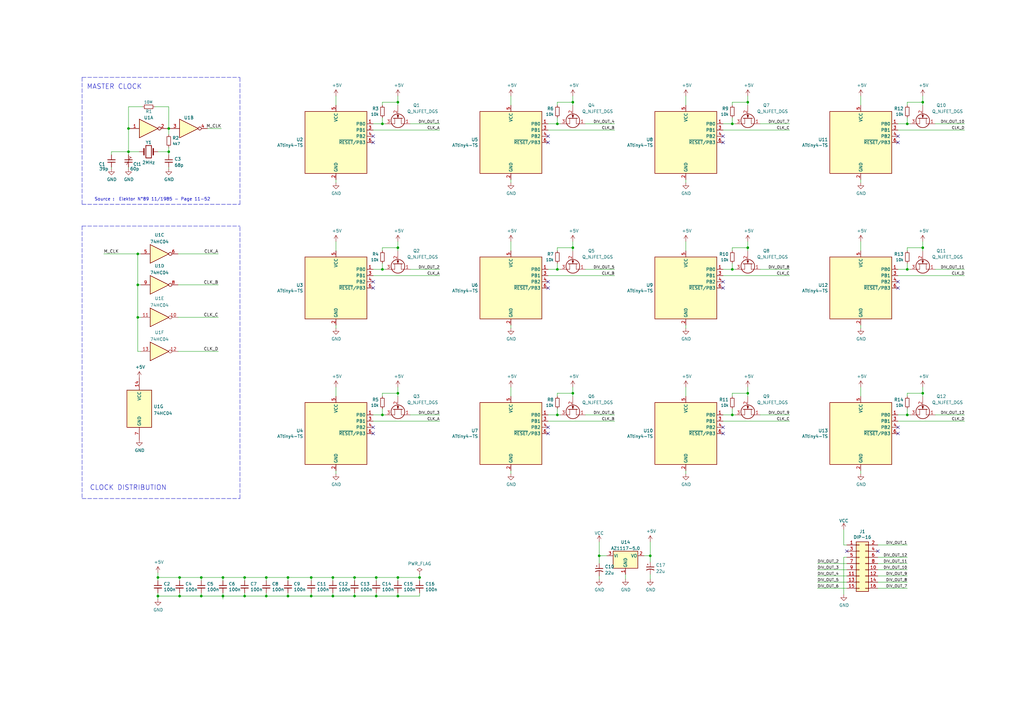
<source format=kicad_sch>
(kicad_sch (version 20211123) (generator eeschema)
  (paper "A3")
  (title_block (title "top-octave divider") (date "2020-05-10") (rev "0.1") (company "Luc Hondareyte"))
  (lib_symbols
    (symbol "74xx:74HC04"
      (property "Reference" "U" (at 0 1.27 0))
      (property "Value" "74HC04" (at 0 -1.27 0))
      (symbol "74HC04_1_0"
        (pin input line (at -7.62 0 0) (length 3.81) (name "~") (number "1"))
        (pin output inverted (at 7.62 0 180) (length 3.81) (name "~") (number "2"))
      )
      (symbol "74HC04_2_0"
        (pin input line (at -7.62 0 0) (length 3.81) (name "~") (number "3"))
        (pin output inverted (at 7.62 0 180) (length 3.81) (name "~") (number "4"))
      )
      (symbol "74HC04_3_0"
        (pin input line (at -7.62 0 0) (length 3.81) (name "~") (number "5"))
        (pin output inverted (at 7.62 0 180) (length 3.81) (name "~") (number "6"))
      )
      (symbol "74HC04_4_0"
        (pin output inverted (at 7.62 0 180) (length 3.81) (name "~") (number "8"))
        (pin input line (at -7.62 0 0) (length 3.81) (name "~") (number "9"))
      )
      (symbol "74HC04_5_0"
        (pin output inverted (at 7.62 0 180) (length 3.81) (name "~") (number "10"))
        (pin input line (at -7.62 0 0) (length 3.81) (name "~") (number "11"))
      )
      (symbol "74HC04_6_0"
        (pin output inverted (at 7.62 0 180) (length 3.81) (name "~") (number "12"))
        (pin input line (at -7.62 0 0) (length 3.81) (name "~") (number "13"))
      )
      (symbol "74HC04_7_0"
        (pin power_in line (at 0 12.7 270) (length 5.08) (name "VCC") (number "14"))
        (pin power_in line (at 0 -12.7 90) (length 5.08) (name "GND") (number "7"))
      )
    )
    (symbol "Connector_Generic:Conn_02x08_Odd_Even" (pin_names (offset 1.016) hide)
      (property "Reference" "J" (at 1.27 10.16 0))
      (property "Value" "Conn_02x08_Odd_Even" (at 1.27 -12.7 0))
      (symbol "Conn_02x08_Odd_Even_1_1"
        (pin passive line (at -5.08 7.62 0) (length 3.81) (name "Pin_1") (number "1"))
        (pin passive line (at 7.62 -2.54 180) (length 3.81) (name "Pin_10") (number "10"))
        (pin passive line (at -5.08 -5.08 0) (length 3.81) (name "Pin_11") (number "11"))
        (pin passive line (at 7.62 -5.08 180) (length 3.81) (name "Pin_12") (number "12"))
        (pin passive line (at -5.08 -7.62 0) (length 3.81) (name "Pin_13") (number "13"))
        (pin passive line (at 7.62 -7.62 180) (length 3.81) (name "Pin_14") (number "14"))
        (pin passive line (at -5.08 -10.16 0) (length 3.81) (name "Pin_15") (number "15"))
        (pin passive line (at 7.62 -10.16 180) (length 3.81) (name "Pin_16") (number "16"))
        (pin passive line (at 7.62 7.62 180) (length 3.81) (name "Pin_2") (number "2"))
        (pin passive line (at -5.08 5.08 0) (length 3.81) (name "Pin_3") (number "3"))
        (pin passive line (at 7.62 5.08 180) (length 3.81) (name "Pin_4") (number "4"))
        (pin passive line (at -5.08 2.54 0) (length 3.81) (name "Pin_5") (number "5"))
        (pin passive line (at 7.62 2.54 180) (length 3.81) (name "Pin_6") (number "6"))
        (pin passive line (at -5.08 0 0) (length 3.81) (name "Pin_7") (number "7"))
        (pin passive line (at 7.62 0 180) (length 3.81) (name "Pin_8") (number "8"))
        (pin passive line (at -5.08 -2.54 0) (length 3.81) (name "Pin_9") (number "9"))
      )
    )
    (symbol "Device:C_Polarized_Small_US" (pin_numbers hide) (pin_names (offset 0.254) hide)
      (property "Reference" "C" (at 0.254 1.778 0))
      (property "Value" "C_Polarized_Small_US" (at 0.254 -2.032 0))
      (symbol "C_Polarized_Small_US_1_1"
        (pin passive line (at 0 2.54 270) (length 2.032) (name "~") (number "1"))
        (pin passive line (at 0 -2.54 90) (length 2.032) (name "~") (number "2"))
      )
    )
    (symbol "Device:C_Small" (pin_numbers hide) (pin_names (offset 0.254) hide)
      (property "Reference" "C" (at 0.254 1.778 0))
      (property "Value" "C_Small" (at 0.254 -2.032 0))
      (symbol "C_Small_1_1"
        (pin passive line (at 0 2.54 270) (length 2.032) (name "~") (number "1"))
        (pin passive line (at 0 -2.54 90) (length 2.032) (name "~") (number "2"))
      )
    )
    (symbol "Device:C_Trim_Small" (pin_numbers hide) (pin_names (offset 0.254) hide)
      (property "Reference" "C" (at 1.524 -2.032 0))
      (property "Value" "C_Trim_Small" (at 3.048 -3.556 0))
      (symbol "C_Trim_Small_1_1"
        (pin passive line (at 0 2.54 270) (length 2.032) (name "~") (number "1"))
        (pin passive line (at 0 -2.54 90) (length 2.032) (name "~") (number "2"))
      )
    )
    (symbol "Device:Crystal" (pin_numbers hide) (pin_names (offset 1.016) hide)
      (property "Reference" "Y" (at 0 3.81 0))
      (property "Value" "Crystal" (at 0 -3.81 0))
      (symbol "Crystal_1_1"
        (pin passive line (at -3.81 0 0) (length 1.27) (name "1") (number "1"))
        (pin passive line (at 3.81 0 180) (length 1.27) (name "2") (number "2"))
      )
    )
    (symbol "Device:Q_NJFET_DGS" (pin_names (offset 0) hide)
      (property "Reference" "Q" (at 5.08 1.27 0))
      (property "Value" "Q_NJFET_DGS" (at 5.08 -1.27 0))
      (symbol "Q_NJFET_DGS_1_1"
        (pin passive line (at 2.54 5.08 270) (length 2.54) (name "D") (number "1"))
        (pin input line (at -5.08 0 0) (length 5.334) (name "G") (number "2"))
        (pin passive line (at 2.54 -5.08 90) (length 2.54) (name "S") (number "3"))
      )
    )
    (symbol "Device:R_Small" (pin_numbers hide) (pin_names (offset 0.254) hide)
      (property "Reference" "R" (at 0.762 0.508 0))
      (property "Value" "R_Small" (at 0.762 -1.016 0))
      (symbol "R_Small_1_1"
        (pin passive line (at 0 2.54 270) (length 0.762) (name "~") (number "1"))
        (pin passive line (at 0 -2.54 90) (length 0.762) (name "~") (number "2"))
      )
    )
    (symbol "MCU_Microchip_ATtiny:ATtiny4-TS"
      (property "Reference" "U" (at -12.7 13.97 0))
      (property "Value" "ATtiny4-TS" (at 2.54 -13.97 0))
      (symbol "ATtiny4-TS_1_1"
        (pin bidirectional line (at 15.24 7.62 180) (length 2.54) (name "PB0") (number "1"))
        (pin power_in line (at 0 -15.24 90) (length 2.54) (name "GND") (number "2"))
        (pin bidirectional line (at 15.24 5.08 180) (length 2.54) (name "PB1") (number "3"))
        (pin bidirectional line (at 15.24 2.54 180) (length 2.54) (name "PB2") (number "4"))
        (pin power_in line (at 0 15.24 270) (length 2.54) (name "VCC") (number "5"))
        (pin bidirectional line (at 15.24 0 180) (length 2.54) (name "~{RESET}/PB3") (number "6"))
      )
    )
    (symbol "Regulator_Linear:AZ1117-5.0" (pin_names (offset 0.254))
      (property "Reference" "U" (at -3.81 3.175 0))
      (property "Value" "AZ1117-5.0" (at 0 3.175 0))
      (symbol "AZ1117-5.0_1_1"
        (pin power_in line (at 0 -7.62 90) (length 2.54) (name "GND") (number "1"))
        (pin power_out line (at 7.62 0 180) (length 2.54) (name "VO") (number "2"))
        (pin power_in line (at -7.62 0 0) (length 2.54) (name "VI") (number "3"))
      )
    )
    (symbol "power:+5V" (power) (pin_names (offset 0))
      (property "Value" "+5V" (at 0 3.556 0))
      (symbol "+5V_1_1"
        (pin power_in line (at 0 0 90) (length 0) hide (name "+5V") (number "1"))
      )
    )
    (symbol "power:GND" (power) (pin_names (offset 0))
      (property "Value" "GND" (at 0 -3.81 0))
      (symbol "GND_1_1"
        (pin power_in line (at 0 0 270) (length 0) hide (name "GND") (number "1"))
      )
    )
    (symbol "power:PWR_FLAG" (power) (pin_numbers hide) (pin_names (offset 0) hide)
      (property "Value" "PWR_FLAG" (at 0 3.81 0))
      (symbol "PWR_FLAG_0_0"
        (pin power_out line (at 0 0 90) (length 0) (name "pwr") (number "1"))
      )
    )
    (symbol "power:VCC" (power) (pin_names (offset 0))
      (property "Value" "VCC" (at 0 3.81 0))
      (symbol "VCC_1_1"
        (pin power_in line (at 0 0 90) (length 0) hide (name "VCC") (number "1"))
      )
    )
  )
  (junction (at 163.195 41.91))
  (junction (at 306.705 161.29))
  (junction (at 109.22 236.855))
  (junction (at 145.415 236.855))
  (junction (at 172.085 236.855))
  (junction (at 118.11 236.855))
  (junction (at 378.46 161.29))
  (junction (at 56.515 130.175))
  (junction (at 69.215 62.23))
  (junction (at 64.77 244.475))
  (junction (at 56.515 116.84))
  (junction (at 127.635 236.855))
  (junction (at 156.845 50.8))
  (junction (at 52.705 62.23))
  (junction (at 156.845 170.18))
  (junction (at 82.55 236.855))
  (junction (at 154.305 236.855))
  (junction (at 145.415 244.475))
  (junction (at 163.195 101.6))
  (junction (at 234.95 41.91))
  (junction (at 266.7 227.965))
  (junction (at 378.46 101.6))
  (junction (at 91.44 244.475))
  (junction (at 100.33 244.475))
  (junction (at 163.195 161.29))
  (junction (at 64.77 236.855))
  (junction (at 156.845 110.49))
  (junction (at 69.215 52.705))
  (junction (at 245.745 227.965))
  (junction (at 136.525 244.475))
  (junction (at 372.11 50.8))
  (junction (at 73.66 236.855))
  (junction (at 163.195 236.855))
  (junction (at 372.11 110.49))
  (junction (at 234.95 101.6))
  (junction (at 378.46 41.91))
  (junction (at 109.22 244.475))
  (junction (at 127.635 244.475))
  (junction (at 228.6 170.18))
  (junction (at 372.11 170.18))
  (junction (at 73.66 244.475))
  (junction (at 306.705 41.91))
  (junction (at 300.355 50.8))
  (junction (at 154.305 244.475))
  (junction (at 228.6 110.49))
  (junction (at 56.515 104.14))
  (junction (at 100.33 236.855))
  (junction (at 228.6 50.8))
  (junction (at 306.705 101.6))
  (junction (at 300.355 170.18))
  (junction (at 163.195 244.475))
  (junction (at 118.11 244.475))
  (junction (at 136.525 236.855))
  (junction (at 234.95 161.29))
  (junction (at 300.355 110.49))
  (junction (at 52.705 52.705))
  (junction (at 91.44 236.855))
  (junction (at 82.55 244.475))
  (no_connect (at 368.3 58.42))
  (no_connect (at 296.545 115.57))
  (no_connect (at 296.545 55.88))
  (no_connect (at 224.79 175.26))
  (no_connect (at 296.545 58.42))
  (no_connect (at 296.545 175.26))
  (no_connect (at 153.035 58.42))
  (no_connect (at 224.79 118.11))
  (no_connect (at 153.035 175.26))
  (no_connect (at 368.3 55.88))
  (no_connect (at 296.545 118.11))
  (no_connect (at 296.545 177.8))
  (no_connect (at 224.79 58.42))
  (no_connect (at 368.3 177.8))
  (no_connect (at 153.035 55.88))
  (no_connect (at 153.035 118.11))
  (no_connect (at 368.3 115.57))
  (no_connect (at 224.79 177.8))
  (no_connect (at 368.3 118.11))
  (no_connect (at 368.3 175.26))
  (no_connect (at 153.035 115.57))
  (no_connect (at 360.045 226.06))
  (no_connect (at 347.345 226.06))
  (no_connect (at 224.79 55.88))
  (no_connect (at 153.035 177.8))
  (no_connect (at 224.79 115.57))
  (wire (pts (xy 172.085 235.585) (xy 172.085 236.855)))
  (wire (pts (xy 137.795 158.75) (xy 137.795 162.56)))
  (wire (pts (xy 127.635 238.125) (xy 127.635 236.855)))
  (wire (pts (xy 245.745 231.14) (xy 245.745 227.965)))
  (wire (pts (xy 172.085 236.855) (xy 172.085 238.125)))
  (wire (pts (xy 56.515 116.84) (xy 57.785 116.84)))
  (wire (pts (xy 73.025 116.84) (xy 89.535 116.84)))
  (wire (pts (xy 228.6 50.8) (xy 229.87 50.8)))
  (wire (pts (xy 63.5 43.815) (xy 69.215 43.815)))
  (wire (pts (xy 69.215 52.705) (xy 68.58 52.705)))
  (wire (pts (xy 264.16 227.965) (xy 266.7 227.965)))
  (wire (pts (xy 360.045 228.6) (xy 372.11 228.6)))
  (wire (pts (xy 335.28 233.68) (xy 347.345 233.68)))
  (wire (pts (xy 347.345 223.52) (xy 346.075 223.52)))
  (wire (pts (xy 64.77 234.95) (xy 64.77 236.855)))
  (wire (pts (xy 52.705 52.705) (xy 52.705 62.23)))
  (wire (pts (xy 360.045 231.14) (xy 372.11 231.14)))
  (wire (pts (xy 52.705 68.58) (xy 52.705 69.215)))
  (wire (pts (xy 306.705 41.91) (xy 300.355 41.91)))
  (wire (pts (xy 163.195 236.855) (xy 163.195 238.125)))
  (wire (pts (xy 311.785 50.8) (xy 323.85 50.8)))
  (wire (pts (xy 56.515 130.175) (xy 56.515 144.145)))
  (wire (pts (xy 234.95 101.6) (xy 228.6 101.6)))
  (wire (pts (xy 153.035 50.8) (xy 156.845 50.8)))
  (wire (pts (xy 335.28 236.22) (xy 347.345 236.22)))
  (wire (pts (xy 306.705 158.75) (xy 306.705 161.29)))
  (polyline (pts (xy 33.655 31.75) (xy 33.655 83.82)))
  (wire (pts (xy 224.79 113.03) (xy 252.095 113.03)))
  (wire (pts (xy 127.635 236.855) (xy 136.525 236.855)))
  (wire (pts (xy 228.6 48.26) (xy 228.6 50.8)))
  (wire (pts (xy 73.66 244.475) (xy 82.55 244.475)))
  (polyline (pts (xy 33.655 92.71) (xy 33.655 204.47)))
  (wire (pts (xy 168.275 50.8) (xy 180.34 50.8)))
  (wire (pts (xy 52.705 62.23) (xy 52.705 63.5)))
  (polyline (pts (xy 33.655 83.82) (xy 98.425 83.82)))
  (wire (pts (xy 172.085 244.475) (xy 172.085 243.205)))
  (wire (pts (xy 372.11 170.18) (xy 373.38 170.18)))
  (wire (pts (xy 154.305 243.205) (xy 154.305 244.475)))
  (wire (pts (xy 368.3 113.03) (xy 395.605 113.03)))
  (wire (pts (xy 52.705 43.815) (xy 58.42 43.815)))
  (wire (pts (xy 156.845 50.8) (xy 158.115 50.8)))
  (wire (pts (xy 64.77 243.205) (xy 64.77 244.475)))
  (wire (pts (xy 228.6 107.95) (xy 228.6 110.49)))
  (polyline (pts (xy 33.655 31.75) (xy 98.425 31.75)))
  (wire (pts (xy 378.46 161.29) (xy 372.11 161.29)))
  (wire (pts (xy 64.77 236.855) (xy 64.77 238.125)))
  (wire (pts (xy 137.795 99.06) (xy 137.795 102.87)))
  (wire (pts (xy 234.95 41.91) (xy 228.6 41.91)))
  (wire (pts (xy 372.11 101.6) (xy 372.11 102.87)))
  (wire (pts (xy 234.95 161.29) (xy 228.6 161.29)))
  (wire (pts (xy 306.705 39.37) (xy 306.705 41.91)))
  (polyline (pts (xy 33.655 92.71) (xy 98.425 92.71)))
  (wire (pts (xy 368.3 170.18) (xy 372.11 170.18)))
  (wire (pts (xy 145.415 236.855) (xy 154.305 236.855)))
  (wire (pts (xy 224.79 53.34) (xy 252.095 53.34)))
  (wire (pts (xy 240.03 110.49) (xy 252.095 110.49)))
  (wire (pts (xy 136.525 243.205) (xy 136.525 244.475)))
  (wire (pts (xy 154.305 236.855) (xy 163.195 236.855)))
  (wire (pts (xy 145.415 243.205) (xy 145.415 244.475)))
  (wire (pts (xy 153.035 53.34) (xy 180.34 53.34)))
  (wire (pts (xy 372.11 110.49) (xy 373.38 110.49)))
  (wire (pts (xy 91.44 244.475) (xy 100.33 244.475)))
  (wire (pts (xy 300.355 101.6) (xy 300.355 102.87)))
  (wire (pts (xy 368.3 50.8) (xy 372.11 50.8)))
  (wire (pts (xy 296.545 50.8) (xy 300.355 50.8)))
  (wire (pts (xy 372.11 48.26) (xy 372.11 50.8)))
  (wire (pts (xy 100.33 236.855) (xy 109.22 236.855)))
  (wire (pts (xy 118.11 236.855) (xy 127.635 236.855)))
  (wire (pts (xy 163.195 41.91) (xy 163.195 43.18)))
  (wire (pts (xy 136.525 236.855) (xy 145.415 236.855)))
  (wire (pts (xy 153.035 113.03) (xy 180.34 113.03)))
  (wire (pts (xy 163.195 101.6) (xy 156.845 101.6)))
  (wire (pts (xy 52.705 52.705) (xy 52.705 43.815)))
  (wire (pts (xy 56.515 104.14) (xy 56.515 116.84)))
  (wire (pts (xy 168.275 110.49) (xy 180.34 110.49)))
  (wire (pts (xy 346.075 243.84) (xy 346.075 228.6)))
  (wire (pts (xy 56.515 130.175) (xy 57.785 130.175)))
  (wire (pts (xy 91.44 236.855) (xy 100.33 236.855)))
  (wire (pts (xy 281.305 158.75) (xy 281.305 162.56)))
  (wire (pts (xy 156.845 107.95) (xy 156.845 110.49)))
  (wire (pts (xy 64.77 244.475) (xy 73.66 244.475)))
  (wire (pts (xy 209.55 73.66) (xy 209.55 74.93)))
  (wire (pts (xy 372.11 161.29) (xy 372.11 162.56)))
  (wire (pts (xy 163.195 41.91) (xy 156.845 41.91)))
  (wire (pts (xy 109.22 236.855) (xy 118.11 236.855)))
  (wire (pts (xy 300.355 170.18) (xy 301.625 170.18)))
  (wire (pts (xy 228.6 101.6) (xy 228.6 102.87)))
  (wire (pts (xy 52.705 62.23) (xy 57.15 62.23)))
  (wire (pts (xy 234.95 158.75) (xy 234.95 161.29)))
  (wire (pts (xy 154.305 244.475) (xy 163.195 244.475)))
  (wire (pts (xy 368.3 53.34) (xy 395.605 53.34)))
  (wire (pts (xy 91.44 245.745) (xy 91.44 244.475)))
  (wire (pts (xy 168.275 170.18) (xy 180.34 170.18)))
  (wire (pts (xy 137.795 193.04) (xy 137.795 194.31)))
  (wire (pts (xy 73.025 104.14) (xy 89.535 104.14)))
  (wire (pts (xy 281.305 193.04) (xy 281.305 194.31)))
  (wire (pts (xy 353.06 158.75) (xy 353.06 162.56)))
  (wire (pts (xy 335.28 231.14) (xy 347.345 231.14)))
  (wire (pts (xy 56.515 144.145) (xy 57.785 144.145)))
  (wire (pts (xy 156.845 48.26) (xy 156.845 50.8)))
  (wire (pts (xy 245.745 227.965) (xy 248.92 227.965)))
  (wire (pts (xy 311.785 110.49) (xy 323.85 110.49)))
  (wire (pts (xy 82.55 244.475) (xy 91.44 244.475)))
  (wire (pts (xy 163.195 99.06) (xy 163.195 101.6)))
  (wire (pts (xy 209.55 39.37) (xy 209.55 43.18)))
  (wire (pts (xy 127.635 244.475) (xy 136.525 244.475)))
  (wire (pts (xy 372.11 50.8) (xy 373.38 50.8)))
  (wire (pts (xy 266.7 235.585) (xy 266.7 237.49)))
  (wire (pts (xy 360.045 238.76) (xy 372.11 238.76)))
  (wire (pts (xy 163.195 161.29) (xy 156.845 161.29)))
  (wire (pts (xy 109.22 243.205) (xy 109.22 244.475)))
  (wire (pts (xy 378.46 158.75) (xy 378.46 161.29)))
  (wire (pts (xy 346.075 217.17) (xy 346.075 223.52)))
  (wire (pts (xy 109.22 236.855) (xy 109.22 238.125)))
  (wire (pts (xy 281.305 39.37) (xy 281.305 43.18)))
  (wire (pts (xy 153.035 172.72) (xy 180.34 172.72)))
  (wire (pts (xy 118.11 236.855) (xy 118.11 238.125)))
  (wire (pts (xy 156.845 161.29) (xy 156.845 162.56)))
  (wire (pts (xy 368.3 172.72) (xy 395.605 172.72)))
  (wire (pts (xy 52.705 62.23) (xy 45.72 62.23)))
  (wire (pts (xy 53.34 52.705) (xy 52.705 52.705)))
  (wire (pts (xy 296.545 113.03) (xy 323.85 113.03)))
  (wire (pts (xy 91.44 236.855) (xy 91.44 238.125)))
  (wire (pts (xy 156.845 110.49) (xy 158.115 110.49)))
  (wire (pts (xy 118.11 244.475) (xy 118.11 243.205)))
  (wire (pts (xy 281.305 133.35) (xy 281.305 134.62)))
  (wire (pts (xy 378.46 161.29) (xy 378.46 162.56)))
  (wire (pts (xy 73.025 130.175) (xy 89.535 130.175)))
  (wire (pts (xy 240.03 170.18) (xy 252.095 170.18)))
  (wire (pts (xy 163.195 39.37) (xy 163.195 41.91)))
  (wire (pts (xy 163.195 158.75) (xy 163.195 161.29)))
  (wire (pts (xy 296.545 110.49) (xy 300.355 110.49)))
  (wire (pts (xy 372.11 107.95) (xy 372.11 110.49)))
  (wire (pts (xy 156.845 41.91) (xy 156.845 43.18)))
  (wire (pts (xy 69.215 68.58) (xy 69.215 69.215)))
  (polyline (pts (xy 98.425 83.82) (xy 98.425 31.75)))
  (wire (pts (xy 234.95 101.6) (xy 234.95 102.87)))
  (wire (pts (xy 163.195 161.29) (xy 163.195 162.56)))
  (wire (pts (xy 372.11 241.3) (xy 360.045 241.3)))
  (wire (pts (xy 266.7 227.965) (xy 266.7 230.505)))
  (wire (pts (xy 153.035 170.18) (xy 156.845 170.18)))
  (wire (pts (xy 224.79 172.72) (xy 252.095 172.72)))
  (wire (pts (xy 353.06 133.35) (xy 353.06 134.62)))
  (wire (pts (xy 156.845 101.6) (xy 156.845 102.87)))
  (wire (pts (xy 209.55 193.04) (xy 209.55 194.31)))
  (wire (pts (xy 136.525 244.475) (xy 145.415 244.475)))
  (wire (pts (xy 73.66 243.205) (xy 73.66 244.475)))
  (wire (pts (xy 64.77 244.475) (xy 64.77 245.745)))
  (wire (pts (xy 335.28 238.76) (xy 347.345 238.76)))
  (wire (pts (xy 311.785 170.18) (xy 323.85 170.18)))
  (wire (pts (xy 137.795 133.35) (xy 137.795 134.62)))
  (wire (pts (xy 118.11 244.475) (xy 127.635 244.475)))
  (wire (pts (xy 346.075 228.6) (xy 347.345 228.6)))
  (wire (pts (xy 42.545 104.14) (xy 56.515 104.14)))
  (wire (pts (xy 209.55 99.06) (xy 209.55 102.87)))
  (wire (pts (xy 306.705 101.6) (xy 300.355 101.6)))
  (wire (pts (xy 156.845 167.64) (xy 156.845 170.18)))
  (wire (pts (xy 378.46 41.91) (xy 378.46 43.18)))
  (wire (pts (xy 45.72 62.23) (xy 45.72 63.5)))
  (wire (pts (xy 163.195 243.205) (xy 163.195 244.475)))
  (wire (pts (xy 156.845 170.18) (xy 158.115 170.18)))
  (wire (pts (xy 224.79 50.8) (xy 228.6 50.8)))
  (wire (pts (xy 300.355 167.64) (xy 300.355 170.18)))
  (wire (pts (xy 234.95 161.29) (xy 234.95 162.56)))
  (wire (pts (xy 163.195 244.475) (xy 172.085 244.475)))
  (wire (pts (xy 64.77 62.23) (xy 69.215 62.23)))
  (wire (pts (xy 360.045 236.22) (xy 372.11 236.22)))
  (wire (pts (xy 300.355 50.8) (xy 301.625 50.8)))
  (wire (pts (xy 353.06 193.04) (xy 353.06 194.31)))
  (wire (pts (xy 240.03 50.8) (xy 252.095 50.8)))
  (wire (pts (xy 145.415 236.855) (xy 145.415 238.125)))
  (wire (pts (xy 378.46 101.6) (xy 372.11 101.6)))
  (wire (pts (xy 300.355 161.29) (xy 300.355 162.56)))
  (wire (pts (xy 154.305 236.855) (xy 154.305 238.125)))
  (wire (pts (xy 353.06 99.06) (xy 353.06 102.87)))
  (wire (pts (xy 163.195 101.6) (xy 163.195 102.87)))
  (wire (pts (xy 335.28 241.3) (xy 347.345 241.3)))
  (wire (pts (xy 300.355 107.95) (xy 300.355 110.49)))
  (wire (pts (xy 91.44 243.205) (xy 91.44 244.475)))
  (wire (pts (xy 56.515 116.84) (xy 56.515 130.175)))
  (wire (pts (xy 256.54 235.585) (xy 256.54 237.49)))
  (wire (pts (xy 383.54 170.18) (xy 395.605 170.18)))
  (wire (pts (xy 296.545 172.72) (xy 323.85 172.72)))
  (wire (pts (xy 300.355 110.49) (xy 301.625 110.49)))
  (wire (pts (xy 300.355 48.26) (xy 300.355 50.8)))
  (wire (pts (xy 306.705 161.29) (xy 306.705 162.56)))
  (wire (pts (xy 82.55 243.205) (xy 82.55 244.475)))
  (wire (pts (xy 85.09 52.705) (xy 90.805 52.705)))
  (wire (pts (xy 234.95 39.37) (xy 234.95 41.91)))
  (wire (pts (xy 209.55 158.75) (xy 209.55 162.56)))
  (wire (pts (xy 69.215 62.23) (xy 69.215 60.325)))
  (wire (pts (xy 69.215 43.815) (xy 69.215 52.705)))
  (wire (pts (xy 296.545 53.34) (xy 323.85 53.34)))
  (wire (pts (xy 228.6 110.49) (xy 229.87 110.49)))
  (wire (pts (xy 306.705 161.29) (xy 300.355 161.29)))
  (wire (pts (xy 109.22 244.475) (xy 118.11 244.475)))
  (wire (pts (xy 228.6 167.64) (xy 228.6 170.18)))
  (wire (pts (xy 378.46 41.91) (xy 372.11 41.91)))
  (wire (pts (xy 137.795 73.66) (xy 137.795 74.93)))
  (wire (pts (xy 372.11 167.64) (xy 372.11 170.18)))
  (wire (pts (xy 145.415 244.475) (xy 154.305 244.475)))
  (wire (pts (xy 378.46 99.06) (xy 378.46 101.6)))
  (wire (pts (xy 281.305 99.06) (xy 281.305 102.87)))
  (wire (pts (xy 45.72 68.58) (xy 45.72 69.215)))
  (wire (pts (xy 245.745 236.22) (xy 245.745 237.49)))
  (wire (pts (xy 56.515 104.14) (xy 57.785 104.14)))
  (wire (pts (xy 136.525 236.855) (xy 136.525 238.125)))
  (wire (pts (xy 306.705 101.6) (xy 306.705 102.87)))
  (wire (pts (xy 153.035 110.49) (xy 156.845 110.49)))
  (wire (pts (xy 266.7 222.25) (xy 266.7 227.965)))
  (wire (pts (xy 383.54 50.8) (xy 395.605 50.8)))
  (wire (pts (xy 228.6 161.29) (xy 228.6 162.56)))
  (wire (pts (xy 137.795 39.37) (xy 137.795 43.18)))
  (polyline (pts (xy 33.655 204.47) (xy 98.425 204.47)))
  (wire (pts (xy 224.79 170.18) (xy 228.6 170.18)))
  (wire (pts (xy 69.215 62.23) (xy 69.215 63.5)))
  (wire (pts (xy 73.66 236.855) (xy 64.77 236.855)))
  (wire (pts (xy 300.355 41.91) (xy 300.355 43.18)))
  (wire (pts (xy 100.33 244.475) (xy 109.22 244.475)))
  (wire (pts (xy 234.95 99.06) (xy 234.95 101.6)))
  (wire (pts (xy 228.6 170.18) (xy 229.87 170.18)))
  (wire (pts (xy 228.6 41.91) (xy 228.6 43.18)))
  (wire (pts (xy 73.66 236.855) (xy 82.55 236.855)))
  (wire (pts (xy 224.79 110.49) (xy 228.6 110.49)))
  (wire (pts (xy 163.195 236.855) (xy 172.085 236.855)))
  (wire (pts (xy 368.3 110.49) (xy 372.11 110.49)))
  (wire (pts (xy 372.11 41.91) (xy 372.11 43.18)))
  (wire (pts (xy 306.705 99.06) (xy 306.705 101.6)))
  (wire (pts (xy 73.66 238.125) (xy 73.66 236.855)))
  (wire (pts (xy 378.46 39.37) (xy 378.46 41.91)))
  (wire (pts (xy 100.33 243.205) (xy 100.33 244.475)))
  (wire (pts (xy 378.46 101.6) (xy 378.46 102.87)))
  (wire (pts (xy 82.55 236.855) (xy 91.44 236.855)))
  (wire (pts (xy 245.745 222.25) (xy 245.745 227.965)))
  (wire (pts (xy 82.55 236.855) (xy 82.55 238.125)))
  (wire (pts (xy 69.215 52.705) (xy 69.85 52.705)))
  (wire (pts (xy 360.045 223.52) (xy 372.11 223.52)))
  (wire (pts (xy 234.95 41.91) (xy 234.95 43.18)))
  (wire (pts (xy 100.33 236.855) (xy 100.33 238.125)))
  (wire (pts (xy 209.55 133.35) (xy 209.55 134.62)))
  (wire (pts (xy 360.045 233.68) (xy 372.11 233.68)))
  (polyline (pts (xy 98.425 204.47) (xy 98.425 92.71)))
  (wire (pts (xy 69.215 52.705) (xy 69.215 55.245)))
  (wire (pts (xy 353.06 39.37) (xy 353.06 43.18)))
  (wire (pts (xy 127.635 243.205) (xy 127.635 244.475)))
  (wire (pts (xy 281.305 73.66) (xy 281.305 74.93)))
  (wire (pts (xy 296.545 170.18) (xy 300.355 170.18)))
  (wire (pts (xy 383.54 110.49) (xy 395.605 110.49)))
  (wire (pts (xy 306.705 41.91) (xy 306.705 43.18)))
  (wire (pts (xy 73.025 144.145) (xy 89.535 144.145)))
  (wire (pts (xy 353.06 73.66) (xy 353.06 74.93)))
  (text "MASTER CLOCK" (at 35.56 36.83 0) (effects (font (size 2 2)) (justify left bottom)))
  (text "Source :  Elektor N°89 11/1985 - Page 11-52" (at 38.735 82.55 0) (effects (font (size 1.27 1.27)) (justify left bottom)))
  (text "CLOCK DISTRIBUTION" (at 36.83 201.295 0) (effects (font (size 2 2)) (justify left bottom)))
  (label "CLK_C" (at 323.85 172.72 180) (effects (font (size 1.1176 1.1176))))
  (label "DIV_OUT_1" (at 372.11 223.52 180) (effects (font (size 1.1176 1.1176))))
  (label "CLK_D" (at 395.605 113.03 180) (effects (font (size 1.1176 1.1176))))
  (label "DIV_OUT_1" (at 180.34 50.8 180) (effects (font (size 1.1176 1.1176))))
  (label "DIV_OUT_8" (at 323.85 110.49 180) (effects (font (size 1.1176 1.1176))))
  (label "CLK_C" (at 323.85 53.34 180) (effects (font (size 1.1176 1.1176))))
  (label "CLK_A" (at 180.34 172.72 180) (effects (font (size 1.1176 1.1176))))
  (label "DIV_OUT_9" (at 372.11 236.22 180) (effects (font (size 1.1176 1.1176))))
  (label "CLK_A" (at 180.34 53.34 180) (effects (font (size 1.1176 1.1176))))
  (label "M_CLK" (at 90.805 52.705 180))
  (label "DIV_OUT_2" (at 180.34 110.49 180) (effects (font (size 1.1176 1.1176))))
  (label "CLK_B" (at 252.095 172.72 180) (effects (font (size 1.1176 1.1176))))
  (label "DIV_OUT_6" (at 335.28 241.3 0) (effects (font (size 1.1176 1.1176))))
  (label "DIV_OUT_12" (at 395.605 170.18 180) (effects (font (size 1.1176 1.1176))))
  (label "DIV_OUT_4" (at 252.095 50.8 180) (effects (font (size 1.1176 1.1176))))
  (label "DIV_OUT_7" (at 323.85 50.8 180) (effects (font (size 1.1176 1.1176))))
  (label "CLK_D" (at 395.605 53.34 180) (effects (font (size 1.1176 1.1176))))
  (label "CLK_C" (at 323.85 113.03 180) (effects (font (size 1.1176 1.1176))))
  (label "DIV_OUT_4" (at 335.28 236.22 0) (effects (font (size 1.1176 1.1176))))
  (label "DIV_OUT_5" (at 335.28 238.76 0) (effects (font (size 1.1176 1.1176))))
  (label "CLK_D" (at 89.535 144.145 180))
  (label "DIV_OUT_5" (at 252.095 110.49 180) (effects (font (size 1.1176 1.1176))))
  (label "DIV_OUT_11" (at 395.605 110.49 180) (effects (font (size 1.1176 1.1176))))
  (label "CLK_A" (at 180.34 113.03 180) (effects (font (size 1.1176 1.1176))))
  (label "CLK_D" (at 395.605 172.72 180) (effects (font (size 1.1176 1.1176))))
  (label "DIV_OUT_12" (at 372.11 228.6 180) (effects (font (size 1.1176 1.1176))))
  (label "DIV_OUT_7" (at 372.11 241.3 180) (effects (font (size 1.1176 1.1176))))
  (label "DIV_OUT_3" (at 180.34 170.18 180) (effects (font (size 1.1176 1.1176))))
  (label "DIV_OUT_2" (at 335.28 231.14 0) (effects (font (size 1.1176 1.1176))))
  (label "CLK_B" (at 89.535 116.84 180))
  (label "DIV_OUT_11" (at 372.11 231.14 180) (effects (font (size 1.1176 1.1176))))
  (label "DIV_OUT_3" (at 335.28 233.68 0) (effects (font (size 1.1176 1.1176))))
  (label "DIV_OUT_8" (at 372.11 238.76 180) (effects (font (size 1.1176 1.1176))))
  (label "CLK_A" (at 89.535 104.14 180))
  (label "CLK_B" (at 252.095 53.34 180) (effects (font (size 1.1176 1.1176))))
  (label "DIV_OUT_6" (at 252.095 170.18 180) (effects (font (size 1.1176 1.1176))))
  (label "M_CLK" (at 42.545 104.14 0))
  (label "DIV_OUT_9" (at 323.85 170.18 180) (effects (font (size 1.1176 1.1176))))
  (label "CLK_C" (at 89.535 130.175 180))
  (label "DIV_OUT_10" (at 372.11 233.68 180) (effects (font (size 1.1176 1.1176))))
  (label "DIV_OUT_10" (at 395.605 50.8 180) (effects (font (size 1.1176 1.1176))))
  (label "CLK_B" (at 252.095 113.03 180) (effects (font (size 1.1176 1.1176))))
  (symbol (lib_id "Device:C_Small") (at 91.44 240.665 0) (unit 1)
    (property "Reference" "C6" (at 93.7768 239.4966 0) (effects (justify left)))
    (property "Value" "100n" (at 93.7768 241.808 0) (effects (justify left)))
    (property "Footprint" "Capacitor_SMD:C_1206_3216Metric_Pad1.42x1.75mm_HandSolder" (effects hide))
  )
  (symbol (lib_id "Device:C_Small") (at 82.55 240.665 0) (unit 1)
    (property "Reference" "C5" (at 84.8868 239.4966 0) (effects (justify left)))
    (property "Value" "100n" (at 84.8868 241.808 0) (effects (justify left)))
    (property "Footprint" "Capacitor_SMD:C_1206_3216Metric_Pad1.42x1.75mm_HandSolder" (effects hide))
  )
  (symbol (lib_id "Device:C_Small") (at 73.66 240.665 0) (unit 1)
    (property "Reference" "C4" (at 75.9968 239.4966 0) (effects (justify left)))
    (property "Value" "100n" (at 75.9968 241.808 0) (effects (justify left)))
    (property "Footprint" "Capacitor_SMD:C_1206_3216Metric_Pad1.42x1.75mm_HandSolder" (effects hide))
  )
  (symbol (lib_id "Device:C_Small") (at 100.33 240.665 0) (unit 1)
    (property "Reference" "C7" (at 102.6668 239.4966 0) (effects (justify left)))
    (property "Value" "100n" (at 102.6668 241.808 0) (effects (justify left)))
    (property "Footprint" "Capacitor_SMD:C_1206_3216Metric_Pad1.42x1.75mm_HandSolder" (effects hide))
  )
  (symbol (lib_id "Device:C_Small") (at 109.22 240.665 0) (unit 1)
    (property "Reference" "C8" (at 111.5568 239.4966 0) (effects (justify left)))
    (property "Value" "100n" (at 111.5568 241.808 0) (effects (justify left)))
    (property "Footprint" "Capacitor_SMD:C_1206_3216Metric_Pad1.42x1.75mm_HandSolder" (effects hide))
  )
  (symbol (lib_id "Device:C_Small") (at 118.11 240.665 0) (unit 1)
    (property "Reference" "C9" (at 120.4468 239.4966 0) (effects (justify left)))
    (property "Value" "100n" (at 120.4468 241.808 0) (effects (justify left)))
    (property "Footprint" "Capacitor_SMD:C_1206_3216Metric_Pad1.42x1.75mm_HandSolder" (effects hide))
  )
  (symbol (lib_id "Device:C_Small") (at 64.77 240.665 0) (unit 1)
    (property "Reference" "C2" (at 67.1068 239.4966 0) (effects (justify left)))
    (property "Value" "100n" (at 67.1068 241.808 0) (effects (justify left)))
    (property "Footprint" "Capacitor_SMD:C_1206_3216Metric_Pad1.42x1.75mm_HandSolder" (effects hide))
  )
  (symbol (lib_id "power:GND") (at 64.77 245.745 0) (unit 1)
    (property "Reference" "#PWR07" (effects hide))
    (property "Value" "GND" (at 64.897 250.1392 0))
  )
  (symbol (lib_id "MCU_Microchip_ATtiny:ATtiny4-TS") (at 137.795 58.42 0) (unit 1)
    (property "Reference" "U2" (at 124.333 57.2516 0) (effects (justify right)))
    (property "Value" "ATtiny4-TS" (at 124.333 59.563 0) (effects (justify right)))
    (property "Footprint" "Package_TO_SOT_SMD:SOT-23-6" (effects hide))
    (property "Datasheet" "http://ww1.microchip.com/downloads/en/DeviceDoc/Atmel-8127-AVR-8-bit-Microcontroller-ATtiny4-ATtiny5-ATtiny9-ATtiny10_Datasheet.pdf" (effects hide))
  )
  (symbol (lib_id "power:+5V") (at 137.795 39.37 0) (unit 1)
    (property "Reference" "#PWR08" (effects hide))
    (property "Value" "+5V" (at 138.176 34.9758 0))
  )
  (symbol (lib_id "power:GND") (at 137.795 74.93 0) (unit 1)
    (property "Reference" "#PWR09" (effects hide))
    (property "Value" "GND" (at 137.922 79.3242 0))
  )
  (symbol (lib_id "Connector_Generic:Conn_02x08_Odd_Even") (at 352.425 231.14 0) (unit 1)
    (property "Reference" "J1" (at 353.695 218.0082 0))
    (property "Value" "DIP-16" (at 353.695 220.3196 0))
    (property "Footprint" "Package_DIP:DIP-16_W7.62mm_Socket" (effects hide))
  )
  (symbol (lib_id "Device:R_Small") (at 156.845 45.72 0) (unit 1)
    (property "Reference" "R3" (at 155.3464 44.5516 0) (effects (justify right)))
    (property "Value" "10k" (at 155.3464 46.863 0) (effects (font (size 1.1176 1.1176)) (justify right)))
  )
  (symbol (lib_id "Device:Q_NJFET_DGS") (at 163.195 48.26 270) (unit 1)
    (property "Reference" "Q1" (at 170.815 43.18 90))
    (property "Value" "Q_NJFET_DGS" (at 173.355 45.72 90))
  )
  (symbol (lib_id "power:+5V") (at 163.195 39.37 0) (unit 1)
    (property "Reference" "#PWR014" (effects hide))
    (property "Value" "+5V" (at 163.576 34.9758 0))
  )
  (symbol (lib_id "power:GND") (at 57.15 180.34 0) (unit 1)
    (property "Reference" "#PWR04" (effects hide))
    (property "Value" "GND" (at 57.277 184.7342 0))
  )
  (symbol (lib_id "Device:R_Small") (at 156.845 105.41 0) (unit 1)
    (property "Reference" "R4" (at 155.3464 104.2416 0) (effects (justify right)))
    (property "Value" "10k" (at 155.3464 106.553 0) (effects (font (size 1.1176 1.1176)) (justify right)))
  )
  (symbol (lib_id "power:GND") (at 353.06 74.93 0) (unit 1)
    (property "Reference" "#PWR038" (effects hide))
    (property "Value" "GND" (at 353.187 79.3242 0))
  )
  (symbol (lib_id "MCU_Microchip_ATtiny:ATtiny4-TS") (at 353.06 118.11 0) (unit 1)
    (property "Reference" "U12" (at 339.598 116.9416 0) (effects (justify right)))
    (property "Value" "ATtiny4-TS" (at 339.598 119.253 0) (effects (justify right)))
    (property "Footprint" "Package_TO_SOT_SMD:SOT-23-6" (effects hide))
    (property "Datasheet" "http://ww1.microchip.com/downloads/en/DeviceDoc/Atmel-8127-AVR-8-bit-Microcontroller-ATtiny4-ATtiny5-ATtiny9-ATtiny10_Datasheet.pdf" (effects hide))
  )
  (symbol (lib_id "power:GND") (at 281.305 134.62 0) (unit 1)
    (property "Reference" "#PWR031" (effects hide))
    (property "Value" "GND" (at 281.432 139.0142 0))
  )
  (symbol (lib_id "Device:R_Small") (at 300.355 45.72 0) (unit 1)
    (property "Reference" "R9" (at 298.8564 44.5516 0) (effects (justify right)))
    (property "Value" "10k" (at 298.8564 46.863 0) (effects (font (size 1.1176 1.1176)) (justify right)))
  )
  (symbol (lib_id "power:GND") (at 209.55 134.62 0) (unit 1)
    (property "Reference" "#PWR022" (effects hide))
    (property "Value" "GND" (at 209.677 139.0142 0))
  )
  (symbol (lib_id "Device:Q_NJFET_DGS") (at 234.95 48.26 270) (unit 1)
    (property "Reference" "Q4" (at 242.57 43.18 90))
    (property "Value" "Q_NJFET_DGS" (at 245.11 45.72 90))
  )
  (symbol (lib_id "power:GND") (at 137.795 134.62 0) (unit 1)
    (property "Reference" "#PWR011" (effects hide))
    (property "Value" "GND" (at 137.922 139.0142 0))
  )
  (symbol (lib_id "power:GND") (at 256.54 237.49 0) (unit 1)
    (property "Reference" "#PWR046" (effects hide))
    (property "Value" "GND" (at 256.667 241.8842 0))
  )
  (symbol (lib_id "74xx:74HC04") (at 57.15 167.64 0) (unit 7)
    (property "Reference" "U1" (at 62.992 166.7315 0) (effects (justify left)))
    (property "Value" "74HC04" (at 62.992 169.5066 0) (effects (justify left)))
    (property "Datasheet" "https://assets.nexperia.com/documents/data-sheet/74HC_HCT04.pdf" (effects hide))
  )
  (symbol (lib_id "power:+5V") (at 234.95 39.37 0) (unit 1)
    (property "Reference" "#PWR025" (effects hide))
    (property "Value" "+5V" (at 235.331 34.9758 0))
  )
  (symbol (lib_id "power:VCC") (at 346.075 217.17 0) (unit 1)
    (property "Reference" "#PWR049" (effects hide))
    (property "Value" "VCC" (at 346.075 213.5942 0))
  )
  (symbol (lib_id "MCU_Microchip_ATtiny:ATtiny4-TS") (at 281.305 177.8 0) (unit 1)
    (property "Reference" "U10" (at 267.843 176.6316 0) (effects (justify right)))
    (property "Value" "ATtiny4-TS" (at 267.843 178.943 0) (effects (justify right)))
    (property "Footprint" "Package_TO_SOT_SMD:SOT-23-6" (effects hide))
    (property "Datasheet" "http://ww1.microchip.com/downloads/en/DeviceDoc/Atmel-8127-AVR-8-bit-Microcontroller-ATtiny4-ATtiny5-ATtiny9-ATtiny10_Datasheet.pdf" (effects hide))
  )
  (symbol (lib_id "74xx:74HC04") (at 60.96 52.705 0) (unit 1)
    (property "Reference" "U1" (at 60.96 48.26 0))
    (property "Value" "74HC04" (effects hide))
    (property "Datasheet" "https://assets.nexperia.com/documents/data-sheet/74HC_HCT04.pdf" (effects hide))
  )
  (symbol (lib_id "Device:C_Small") (at 172.085 240.665 0) (unit 1)
    (property "Reference" "C16" (at 174.4218 239.4966 0) (effects (justify left)))
    (property "Value" "100n" (at 174.4218 241.808 0) (effects (justify left)))
    (property "Footprint" "Capacitor_SMD:C_1206_3216Metric_Pad1.42x1.75mm_HandSolder" (effects hide))
  )
  (symbol (lib_id "power:VCC") (at 245.745 222.25 0) (unit 1)
    (property "Reference" "#PWR017" (effects hide))
    (property "Value" "VCC" (at 245.745 218.6742 0))
  )
  (symbol (lib_id "power:GND") (at 45.72 69.215 0) (unit 1)
    (property "Reference" "#PWR01" (effects hide))
    (property "Value" "GND" (at 45.847 73.6092 0))
  )
  (symbol (lib_id "MCU_Microchip_ATtiny:ATtiny4-TS") (at 137.795 177.8 0) (unit 1)
    (property "Reference" "U4" (at 124.333 176.6316 0) (effects (justify right)))
    (property "Value" "ATtiny4-TS" (at 124.333 178.943 0) (effects (justify right)))
    (property "Footprint" "Package_TO_SOT_SMD:SOT-23-6" (effects hide))
    (property "Datasheet" "http://ww1.microchip.com/downloads/en/DeviceDoc/Atmel-8127-AVR-8-bit-Microcontroller-ATtiny4-ATtiny5-ATtiny9-ATtiny10_Datasheet.pdf" (effects hide))
  )
  (symbol (lib_id "Device:R_Small") (at 60.96 43.815 90) (mirror x) (unit 1)
    (property "Reference" "R1" (at 59.69 45.72 90) (effects (justify right)))
    (property "Value" "10M" (at 59.055 41.91 90) (effects (font (size 1.1176 1.1176)) (justify right)))
  )
  (symbol (lib_id "Device:R_Small") (at 300.355 165.1 0) (unit 1)
    (property "Reference" "R11" (at 298.8564 163.9316 0) (effects (justify right)))
    (property "Value" "10k" (at 298.8564 166.243 0) (effects (font (size 1.1176 1.1176)) (justify right)))
  )
  (symbol (lib_id "power:+5V") (at 353.06 39.37 0) (unit 1)
    (property "Reference" "#PWR037" (effects hide))
    (property "Value" "+5V" (at 353.441 34.9758 0))
  )
  (symbol (lib_id "74xx:74HC04") (at 77.47 52.705 0) (unit 2)
    (property "Reference" "U1" (at 77.47 48.26 0))
    (property "Value" "74HC04" (effects hide))
    (property "Datasheet" "https://assets.nexperia.com/documents/data-sheet/74HC_HCT04.pdf" (effects hide))
  )
  (symbol (lib_id "Device:R_Small") (at 228.6 105.41 0) (unit 1)
    (property "Reference" "R7" (at 227.1014 104.2416 0) (effects (justify right)))
    (property "Value" "10k" (at 227.1014 106.553 0) (effects (font (size 1.1176 1.1176)) (justify right)))
  )
  (symbol (lib_id "power:+5V") (at 378.46 99.06 0) (unit 1)
    (property "Reference" "#PWR044" (effects hide))
    (property "Value" "+5V" (at 378.841 94.6658 0))
  )
  (symbol (lib_id "Device:Q_NJFET_DGS") (at 378.46 48.26 270) (unit 1)
    (property "Reference" "Q10" (at 386.08 43.18 90))
    (property "Value" "Q_NJFET_DGS" (at 388.62 45.72 90))
  )
  (symbol (lib_id "power:+5V") (at 306.705 99.06 0) (unit 1)
    (property "Reference" "#PWR035" (effects hide))
    (property "Value" "+5V" (at 307.086 94.6658 0))
  )
  (symbol (lib_id "Device:R_Small") (at 372.11 105.41 0) (unit 1)
    (property "Reference" "R13" (at 370.6114 104.2416 0) (effects (justify right)))
    (property "Value" "10k" (at 370.6114 106.553 0) (effects (font (size 1.1176 1.1176)) (justify right)))
  )
  (symbol (lib_id "MCU_Microchip_ATtiny:ATtiny4-TS") (at 281.305 118.11 0) (unit 1)
    (property "Reference" "U9" (at 267.843 116.9416 0) (effects (justify right)))
    (property "Value" "ATtiny4-TS" (at 267.843 119.253 0) (effects (justify right)))
    (property "Footprint" "Package_TO_SOT_SMD:SOT-23-6" (effects hide))
    (property "Datasheet" "http://ww1.microchip.com/downloads/en/DeviceDoc/Atmel-8127-AVR-8-bit-Microcontroller-ATtiny4-ATtiny5-ATtiny9-ATtiny10_Datasheet.pdf" (effects hide))
  )
  (symbol (lib_id "74xx:74HC04") (at 65.405 144.145 0) (unit 6)
    (property "Reference" "U1" (at 65.405 136.3685 0))
    (property "Value" "74HC04" (at 65.405 139.1436 0))
    (property "Datasheet" "https://assets.nexperia.com/documents/data-sheet/74HC_HCT04.pdf" (effects hide))
  )
  (symbol (lib_id "power:+5V") (at 378.46 158.75 0) (unit 1)
    (property "Reference" "#PWR045" (effects hide))
    (property "Value" "+5V" (at 378.841 154.3558 0))
  )
  (symbol (lib_id "Device:C_Polarized_Small_US") (at 245.745 233.68 0) (unit 1)
    (property "Reference" "C10" (at 248.0564 232.4135 0) (effects (justify left)))
    (property "Value" "22u" (at 248.0564 234.9504 0) (effects (justify left)))
  )
  (symbol (lib_id "power:+5V") (at 163.195 158.75 0) (unit 1)
    (property "Reference" "#PWR016" (effects hide))
    (property "Value" "+5V" (at 163.576 154.3558 0))
  )
  (symbol (lib_id "power:+5V") (at 64.77 234.95 0) (unit 1)
    (property "Reference" "#PWR06" (effects hide))
    (property "Value" "+5V" (at 65.151 230.5558 0))
  )
  (symbol (lib_id "power:+5V") (at 281.305 158.75 0) (unit 1)
    (property "Reference" "#PWR032" (effects hide))
    (property "Value" "+5V" (at 281.686 154.3558 0))
  )
  (symbol (lib_id "power:+5V") (at 353.06 99.06 0) (unit 1)
    (property "Reference" "#PWR039" (effects hide))
    (property "Value" "+5V" (at 353.441 94.6658 0))
  )
  (symbol (lib_id "power:GND") (at 281.305 74.93 0) (unit 1)
    (property "Reference" "#PWR029" (effects hide))
    (property "Value" "GND" (at 281.432 79.3242 0))
  )
  (symbol (lib_id "Device:Crystal") (at 60.96 62.23 0) (unit 1)
    (property "Reference" "Y1" (at 60.96 58.42 0))
    (property "Value" "2MHz" (at 60.96 66.675 0))
  )
  (symbol (lib_id "power:+5V") (at 163.195 99.06 0) (unit 1)
    (property "Reference" "#PWR015" (effects hide))
    (property "Value" "+5V" (at 163.576 94.6658 0))
  )
  (symbol (lib_id "power:GND") (at 353.06 194.31 0) (unit 1)
    (property "Reference" "#PWR042" (effects hide))
    (property "Value" "GND" (at 353.187 198.7042 0))
  )
  (symbol (lib_id "MCU_Microchip_ATtiny:ATtiny4-TS") (at 209.55 177.8 0) (unit 1)
    (property "Reference" "U7" (at 196.088 176.6316 0) (effects (justify right)))
    (property "Value" "ATtiny4-TS" (at 196.088 178.943 0) (effects (justify right)))
    (property "Footprint" "Package_TO_SOT_SMD:SOT-23-6" (effects hide))
    (property "Datasheet" "http://ww1.microchip.com/downloads/en/DeviceDoc/Atmel-8127-AVR-8-bit-Microcontroller-ATtiny4-ATtiny5-ATtiny9-ATtiny10_Datasheet.pdf" (effects hide))
  )
  (symbol (lib_id "power:GND") (at 209.55 194.31 0) (unit 1)
    (property "Reference" "#PWR024" (effects hide))
    (property "Value" "GND" (at 209.677 198.7042 0))
  )
  (symbol (lib_id "power:+5V") (at 306.705 158.75 0) (unit 1)
    (property "Reference" "#PWR036" (effects hide))
    (property "Value" "+5V" (at 307.086 154.3558 0))
  )
  (symbol (lib_id "Device:Q_NJFET_DGS") (at 234.95 107.95 270) (unit 1)
    (property "Reference" "Q5" (at 242.57 102.87 90))
    (property "Value" "Q_NJFET_DGS" (at 245.11 105.41 90))
  )
  (symbol (lib_id "power:+5V") (at 266.7 222.25 0) (unit 1)
    (property "Reference" "#PWR047" (effects hide))
    (property "Value" "+5V" (at 267.081 217.8558 0))
  )
  (symbol (lib_id "power:+5V") (at 209.55 158.75 0) (unit 1)
    (property "Reference" "#PWR023" (effects hide))
    (property "Value" "+5V" (at 209.931 154.3558 0))
  )
  (symbol (lib_id "power:GND") (at 281.305 194.31 0) (unit 1)
    (property "Reference" "#PWR033" (effects hide))
    (property "Value" "GND" (at 281.432 198.7042 0))
  )
  (symbol (lib_id "Device:Q_NJFET_DGS") (at 163.195 107.95 270) (unit 1)
    (property "Reference" "Q2" (at 170.815 102.87 90))
    (property "Value" "Q_NJFET_DGS" (at 173.355 105.41 90))
  )
  (symbol (lib_id "Device:C_Polarized_Small_US") (at 266.7 233.045 0) (unit 1)
    (property "Reference" "C17" (at 269.0114 231.7785 0) (effects (justify left)))
    (property "Value" "22u" (at 269.0114 234.3154 0) (effects (justify left)))
  )
  (symbol (lib_id "Device:R_Small") (at 228.6 45.72 0) (unit 1)
    (property "Reference" "R6" (at 227.1014 44.5516 0) (effects (justify right)))
    (property "Value" "10k" (at 227.1014 46.863 0) (effects (font (size 1.1176 1.1176)) (justify right)))
  )
  (symbol (lib_id "Device:Q_NJFET_DGS") (at 306.705 107.95 270) (unit 1)
    (property "Reference" "Q8" (at 314.325 102.87 90))
    (property "Value" "Q_NJFET_DGS" (at 316.865 105.41 90))
  )
  (symbol (lib_id "Regulator_Linear:AZ1117-5.0") (at 256.54 227.965 0) (unit 1)
    (property "Reference" "U14" (at 256.54 222.3602 0))
    (property "Value" "AZ1117-5.0" (at 256.54 224.8971 0))
    (property "Datasheet" "https://www.diodes.com/assets/Datasheets/AZ1117.pdf" (effects hide))
  )
  (symbol (lib_id "Device:R_Small") (at 372.11 165.1 0) (unit 1)
    (property "Reference" "R14" (at 370.6114 163.9316 0) (effects (justify right)))
    (property "Value" "10k" (at 370.6114 166.243 0) (effects (font (size 1.1176 1.1176)) (justify right)))
  )
  (symbol (lib_id "MCU_Microchip_ATtiny:ATtiny4-TS") (at 209.55 58.42 0) (unit 1)
    (property "Reference" "U5" (at 196.088 57.2516 0) (effects (justify right)))
    (property "Value" "ATtiny4-TS" (at 196.088 59.563 0) (effects (justify right)))
    (property "Footprint" "Package_TO_SOT_SMD:SOT-23-6" (effects hide))
    (property "Datasheet" "http://ww1.microchip.com/downloads/en/DeviceDoc/Atmel-8127-AVR-8-bit-Microcontroller-ATtiny4-ATtiny5-ATtiny9-ATtiny10_Datasheet.pdf" (effects hide))
  )
  (symbol (lib_id "power:+5V") (at 306.705 39.37 0) (unit 1)
    (property "Reference" "#PWR034" (effects hide))
    (property "Value" "+5V" (at 307.086 34.9758 0))
  )
  (symbol (lib_id "Device:Q_NJFET_DGS") (at 378.46 107.95 270) (unit 1)
    (property "Reference" "Q11" (at 386.08 102.87 90))
    (property "Value" "Q_NJFET_DGS" (at 388.62 105.41 90))
  )
  (symbol (lib_id "MCU_Microchip_ATtiny:ATtiny4-TS") (at 353.06 177.8 0) (unit 1)
    (property "Reference" "U13" (at 339.598 176.6316 0) (effects (justify right)))
    (property "Value" "ATtiny4-TS" (at 339.598 178.943 0) (effects (justify right)))
    (property "Footprint" "Package_TO_SOT_SMD:SOT-23-6" (effects hide))
    (property "Datasheet" "http://ww1.microchip.com/downloads/en/DeviceDoc/Atmel-8127-AVR-8-bit-Microcontroller-ATtiny4-ATtiny5-ATtiny9-ATtiny10_Datasheet.pdf" (effects hide))
  )
  (symbol (lib_id "power:+5V") (at 281.305 39.37 0) (unit 1)
    (property "Reference" "#PWR028" (effects hide))
    (property "Value" "+5V" (at 281.686 34.9758 0))
  )
  (symbol (lib_id "power:+5V") (at 281.305 99.06 0) (unit 1)
    (property "Reference" "#PWR030" (effects hide))
    (property "Value" "+5V" (at 281.686 94.6658 0))
  )
  (symbol (lib_id "power:+5V") (at 353.06 158.75 0) (unit 1)
    (property "Reference" "#PWR041" (effects hide))
    (property "Value" "+5V" (at 353.441 154.3558 0))
  )
  (symbol (lib_id "power:+5V") (at 234.95 99.06 0) (unit 1)
    (property "Reference" "#PWR026" (effects hide))
    (property "Value" "+5V" (at 235.331 94.6658 0))
  )
  (symbol (lib_id "74xx:74HC04") (at 65.405 116.84 0) (unit 4)
    (property "Reference" "U1" (at 65.405 109.0635 0))
    (property "Value" "74HC04" (at 65.405 111.8386 0))
    (property "Datasheet" "https://assets.nexperia.com/documents/data-sheet/74HC_HCT04.pdf" (effects hide))
  )
  (symbol (lib_id "power:PWR_FLAG") (at 172.085 235.585 0) (unit 1)
    (property "Reference" "#FLG02" (effects hide))
    (property "Value" "PWR_FLAG" (at 172.085 231.1908 0))
  )
  (symbol (lib_id "Device:C_Small") (at 136.525 240.665 0) (unit 1)
    (property "Reference" "C12" (at 138.8618 239.4966 0) (effects (justify left)))
    (property "Value" "100n" (at 138.8618 241.808 0) (effects (justify left)))
    (property "Footprint" "Capacitor_SMD:C_1206_3216Metric_Pad1.42x1.75mm_HandSolder" (effects hide))
  )
  (symbol (lib_id "Device:Q_NJFET_DGS") (at 163.195 167.64 270) (unit 1)
    (property "Reference" "Q3" (at 170.815 162.56 90))
    (property "Value" "Q_NJFET_DGS" (at 173.355 165.1 90))
  )
  (symbol (lib_id "power:+5V") (at 57.15 154.94 0) (unit 1)
    (property "Reference" "#PWR03" (effects hide))
    (property "Value" "+5V" (at 57.531 150.5458 0))
  )
  (symbol (lib_id "74xx:74HC04") (at 65.405 130.175 0) (unit 5)
    (property "Reference" "U1" (at 65.405 122.3985 0))
    (property "Value" "74HC04" (at 65.405 125.1736 0))
    (property "Datasheet" "https://assets.nexperia.com/documents/data-sheet/74HC_HCT04.pdf" (effects hide))
  )
  (symbol (lib_id "power:GND") (at 69.215 69.215 0) (unit 1)
    (property "Reference" "#PWR05" (effects hide))
    (property "Value" "GND" (at 69.342 73.6092 0))
  )
  (symbol (lib_id "Device:C_Small") (at 69.215 66.04 0) (unit 1)
    (property "Reference" "C3" (at 71.5391 65.2116 0) (effects (justify left)))
    (property "Value" "68p" (at 71.5391 67.7485 0) (effects (justify left)))
  )
  (symbol (lib_id "MCU_Microchip_ATtiny:ATtiny4-TS") (at 353.06 58.42 0) (unit 1)
    (property "Reference" "U11" (at 339.598 57.2516 0) (effects (justify right)))
    (property "Value" "ATtiny4-TS" (at 339.598 59.563 0) (effects (justify right)))
    (property "Footprint" "Package_TO_SOT_SMD:SOT-23-6" (effects hide))
    (property "Datasheet" "http://ww1.microchip.com/downloads/en/DeviceDoc/Atmel-8127-AVR-8-bit-Microcontroller-ATtiny4-ATtiny5-ATtiny9-ATtiny10_Datasheet.pdf" (effects hide))
  )
  (symbol (lib_id "Device:R_Small") (at 69.215 57.785 0) (mirror y) (unit 1)
    (property "Reference" "R2" (at 70.7136 56.6166 0) (effects (justify right)))
    (property "Value" "4k7" (at 70.7136 58.928 0) (effects (font (size 1.1176 1.1176)) (justify right)))
  )
  (symbol (lib_id "Device:C_Small") (at 145.415 240.665 0) (unit 1)
    (property "Reference" "C13" (at 147.7518 239.4966 0) (effects (justify left)))
    (property "Value" "100n" (at 147.7518 241.808 0) (effects (justify left)))
    (property "Footprint" "Capacitor_SMD:C_1206_3216Metric_Pad1.42x1.75mm_HandSolder" (effects hide))
  )
  (symbol (lib_id "power:GND") (at 266.7 237.49 0) (unit 1)
    (property "Reference" "#PWR048" (effects hide))
    (property "Value" "GND" (at 266.827 241.8842 0))
  )
  (symbol (lib_id "power:+5V") (at 378.46 39.37 0) (unit 1)
    (property "Reference" "#PWR043" (effects hide))
    (property "Value" "+5V" (at 378.841 34.9758 0))
  )
  (symbol (lib_id "Device:C_Small") (at 154.305 240.665 0) (unit 1)
    (property "Reference" "C14" (at 156.6418 239.4966 0) (effects (justify left)))
    (property "Value" "100n" (at 156.6418 241.808 0) (effects (justify left)))
    (property "Footprint" "Capacitor_SMD:C_1206_3216Metric_Pad1.42x1.75mm_HandSolder" (effects hide))
  )
  (symbol (lib_id "Device:C_Small") (at 127.635 240.665 0) (unit 1)
    (property "Reference" "C11" (at 129.9718 239.4966 0) (effects (justify left)))
    (property "Value" "100n" (at 129.9718 241.808 0) (effects (justify left)))
    (property "Footprint" "Capacitor_SMD:C_1206_3216Metric_Pad1.42x1.75mm_HandSolder" (effects hide))
  )
  (symbol (lib_id "power:+5V") (at 209.55 99.06 0) (unit 1)
    (property "Reference" "#PWR021" (effects hide))
    (property "Value" "+5V" (at 209.931 94.6658 0))
  )
  (symbol (lib_id "Device:C_Small") (at 163.195 240.665 0) (unit 1)
    (property "Reference" "C15" (at 165.5318 239.4966 0) (effects (justify left)))
    (property "Value" "100n" (at 165.5318 241.808 0) (effects (justify left)))
    (property "Footprint" "Capacitor_SMD:C_1206_3216Metric_Pad1.42x1.75mm_HandSolder" (effects hide))
  )
  (symbol (lib_id "power:GND") (at 353.06 134.62 0) (unit 1)
    (property "Reference" "#PWR040" (effects hide))
    (property "Value" "GND" (at 353.187 139.0142 0))
  )
  (symbol (lib_id "Device:Q_NJFET_DGS") (at 378.46 167.64 270) (unit 1)
    (property "Reference" "Q12" (at 386.08 162.56 90))
    (property "Value" "Q_NJFET_DGS" (at 388.62 165.1 90))
  )
  (symbol (lib_id "MCU_Microchip_ATtiny:ATtiny4-TS") (at 209.55 118.11 0) (unit 1)
    (property "Reference" "U6" (at 196.088 116.9416 0) (effects (justify right)))
    (property "Value" "ATtiny4-TS" (at 196.088 119.253 0) (effects (justify right)))
    (property "Footprint" "Package_TO_SOT_SMD:SOT-23-6" (effects hide))
    (property "Datasheet" "http://ww1.microchip.com/downloads/en/DeviceDoc/Atmel-8127-AVR-8-bit-Microcontroller-ATtiny4-ATtiny5-ATtiny9-ATtiny10_Datasheet.pdf" (effects hide))
  )
  (symbol (lib_id "power:GND") (at 245.745 237.49 0) (unit 1)
    (property "Reference" "#PWR018" (effects hide))
    (property "Value" "GND" (at 245.872 241.8842 0))
  )
  (symbol (lib_id "Device:Q_NJFET_DGS") (at 306.705 48.26 270) (unit 1)
    (property "Reference" "Q7" (at 314.325 43.18 90))
    (property "Value" "Q_NJFET_DGS" (at 316.865 45.72 90))
  )
  (symbol (lib_id "Device:C_Small") (at 45.72 66.04 0) (mirror x) (unit 1)
    (property "Reference" "C1" (at 43.18 67.31 0) (effects (justify right)))
    (property "Value" "39p" (at 44.45 69.215 0) (effects (justify right)))
  )
  (symbol (lib_id "Device:Q_NJFET_DGS") (at 306.705 167.64 270) (unit 1)
    (property "Reference" "Q9" (at 314.325 162.56 90))
    (property "Value" "Q_NJFET_DGS" (at 316.865 165.1 90))
  )
  (symbol (lib_id "Device:R_Small") (at 156.845 165.1 0) (unit 1)
    (property "Reference" "R5" (at 155.3464 163.9316 0) (effects (justify right)))
    (property "Value" "10k" (at 155.3464 166.243 0) (effects (font (size 1.1176 1.1176)) (justify right)))
  )
  (symbol (lib_id "power:GND") (at 346.075 243.84 0) (unit 1)
    (property "Reference" "#PWR050" (effects hide))
    (property "Value" "GND" (at 346.202 248.2342 0))
  )
  (symbol (lib_id "power:+5V") (at 137.795 99.06 0) (unit 1)
    (property "Reference" "#PWR010" (effects hide))
    (property "Value" "+5V" (at 138.176 94.6658 0))
  )
  (symbol (lib_id "power:GND") (at 137.795 194.31 0) (unit 1)
    (property "Reference" "#PWR013" (effects hide))
    (property "Value" "GND" (at 137.922 198.7042 0))
  )
  (symbol (lib_id "Device:R_Small") (at 300.355 105.41 0) (unit 1)
    (property "Reference" "R10" (at 298.8564 104.2416 0) (effects (justify right)))
    (property "Value" "10k" (at 298.8564 106.553 0) (effects (font (size 1.1176 1.1176)) (justify right)))
  )
  (symbol (lib_id "Device:R_Small") (at 228.6 165.1 0) (unit 1)
    (property "Reference" "R8" (at 227.1014 163.9316 0) (effects (justify right)))
    (property "Value" "10k" (at 227.1014 166.243 0) (effects (font (size 1.1176 1.1176)) (justify right)))
  )
  (symbol (lib_id "power:GND") (at 52.705 69.215 0) (unit 1)
    (property "Reference" "#PWR02" (effects hide))
    (property "Value" "GND" (at 52.832 73.6092 0))
  )
  (symbol (lib_id "Device:C_Trim_Small") (at 52.705 66.04 0) (unit 1)
    (property "Reference" "Ct1" (at 54.61 67.31 0) (effects (justify left)))
    (property "Value" "60p" (at 53.34 69.215 0) (effects (justify left)))
  )
  (symbol (lib_id "74xx:74HC04") (at 65.405 104.14 0) (unit 3)
    (property "Reference" "U1" (at 65.405 96.3635 0))
    (property "Value" "74HC04" (at 65.405 99.1386 0))
    (property "Datasheet" "https://assets.nexperia.com/documents/data-sheet/74HC_HCT04.pdf" (effects hide))
  )
  (symbol (lib_id "MCU_Microchip_ATtiny:ATtiny4-TS") (at 137.795 118.11 0) (unit 1)
    (property "Reference" "U3" (at 124.333 116.9416 0) (effects (justify right)))
    (property "Value" "ATtiny4-TS" (at 124.333 119.253 0) (effects (justify right)))
    (property "Footprint" "Package_TO_SOT_SMD:SOT-23-6" (effects hide))
    (property "Datasheet" "http://ww1.microchip.com/downloads/en/DeviceDoc/Atmel-8127-AVR-8-bit-Microcontroller-ATtiny4-ATtiny5-ATtiny9-ATtiny10_Datasheet.pdf" (effects hide))
  )
  (symbol (lib_id "Device:Q_NJFET_DGS") (at 234.95 167.64 270) (unit 1)
    (property "Reference" "Q6" (at 242.57 162.56 90))
    (property "Value" "Q_NJFET_DGS" (at 245.11 165.1 90))
  )
  (symbol (lib_id "power:GND") (at 209.55 74.93 0) (unit 1)
    (property "Reference" "#PWR020" (effects hide))
    (property "Value" "GND" (at 209.677 79.3242 0))
  )
  (symbol (lib_id "power:+5V") (at 234.95 158.75 0) (unit 1)
    (property "Reference" "#PWR027" (effects hide))
    (property "Value" "+5V" (at 235.331 154.3558 0))
  )
  (symbol (lib_id "power:+5V") (at 209.55 39.37 0) (unit 1)
    (property "Reference" "#PWR019" (effects hide))
    (property "Value" "+5V" (at 209.931 34.9758 0))
  )
  (symbol (lib_id "Device:R_Small") (at 372.11 45.72 0) (unit 1)
    (property "Reference" "R12" (at 370.6114 44.5516 0) (effects (justify right)))
    (property "Value" "10k" (at 370.6114 46.863 0) (effects (font (size 1.1176 1.1176)) (justify right)))
  )
  (symbol (lib_id "power:+5V") (at 137.795 158.75 0) (unit 1)
    (property "Reference" "#PWR012" (effects hide))
    (property "Value" "+5V" (at 138.176 154.3558 0))
  )
  (symbol (lib_id "MCU_Microchip_ATtiny:ATtiny4-TS") (at 281.305 58.42 0) (unit 1)
    (property "Reference" "U8" (at 267.843 57.2516 0) (effects (justify right)))
    (property "Value" "ATtiny4-TS" (at 267.843 59.563 0) (effects (justify right)))
    (property "Footprint" "Package_TO_SOT_SMD:SOT-23-6" (effects hide))
    (property "Datasheet" "http://ww1.microchip.com/downloads/en/DeviceDoc/Atmel-8127-AVR-8-bit-Microcontroller-ATtiny4-ATtiny5-ATtiny9-ATtiny10_Datasheet.pdf" (effects hide))
  )
)
</source>
